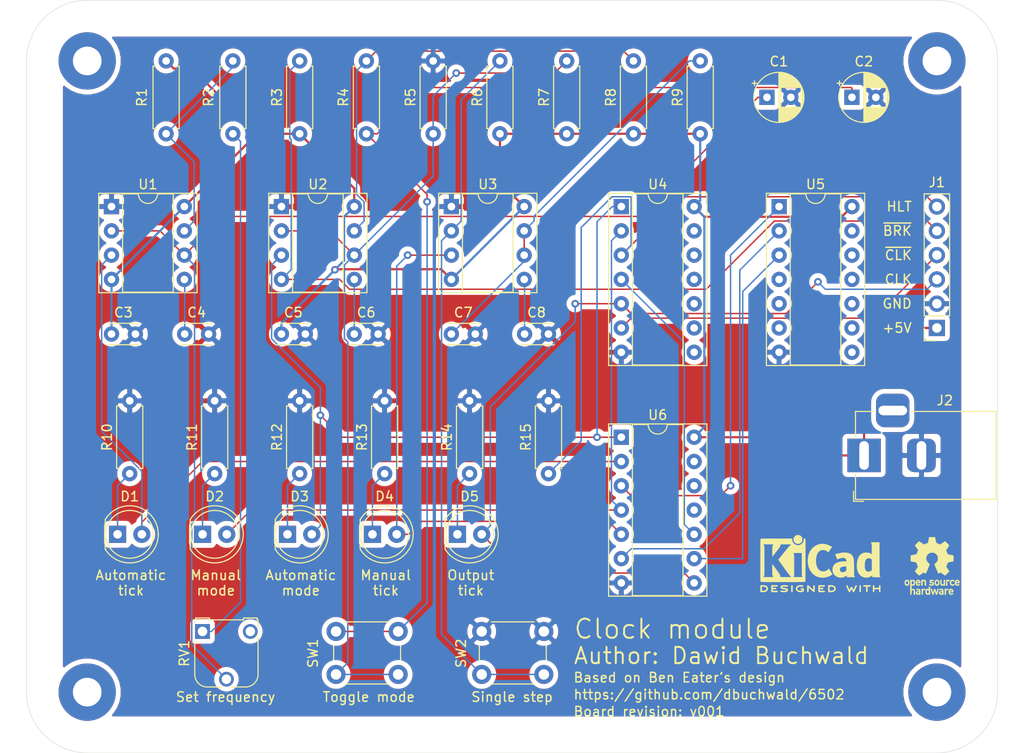
<source format=kicad_pcb>
(kicad_pcb (version 20171130) (host pcbnew "(5.1.5)-3")
  (layers (0 F.Cu signal) (31 B.Cu signal) (34 B.Paste user) (35 F.Paste user) (36 B.SilkS user) (37 F.SilkS user) (38 B.Mask user) (39 F.Mask user) (44 Edge.Cuts user))
  (net 0 "")
  (net 1 "Net-(C1-Pad1)")
  (net 2 GND)
  (net 3 "Net-(C2-Pad1)")
  (net 4 VCC)
  (net 5 "Net-(C6-Pad1)")
  (net 6 "Net-(C7-Pad1)")
  (net 7 "Net-(C8-Pad1)")
  (net 8 "Net-(D1-Pad1)")
  (net 9 AUTO)
  (net 10 CLK)
  (net 11 "Net-(D2-Pad1)")
  (net 12 MAN)
  (net 13 "Net-(D3-Pad1)")
  (net 14 "Net-(D4-Pad1)")
  (net 15 ~MODE)
  (net 16 "Net-(D5-Pad1)")
  (net 17 MODE)
  (net 18 ~CLK)
  (net 19 HLT)
  (net 20 "Net-(R1-Pad2)")
  (net 21 "Net-(R2-Pad2)")
  (net 22 "Net-(RV1-Pad3)")
  (net 23 "Net-(C4-Pad1)")
  (net 24 "Net-(R4-Pad1)")
  (net 25 "Net-(R5-Pad1)")
  (net 26 "Net-(R6-Pad2)")
  (net 27 "Net-(U4-Pad4)")
  (net 28 "Net-(U5-Pad1)")
  (net 29 "Net-(U5-Pad2)")
  (net 30 "Net-(U5-Pad3)")
  (net 31 ~BRK)
  (module Symbol:OSHW-Logo_5.7x6mm_SilkScreen (layer F.Cu) (at 261.112 85.852)
    (fp_text reference REF** hide)
    (fp_text value OSHW-Logo_5.7x6mm_SilkScreen hide)
  )
  (module Symbol:KiCad-Logo2_5mm_SilkScreen (layer F.Cu) (at 249.428 85.598)
    (fp_text reference REF** hide)
    (fp_text value KiCad-Logo2_5mm_SilkScreen hide)
  )
  (module Connector_BarrelJack:BarrelJack_Horizontal (layer F.Cu) (at 254 74.295 180)
    (fp_text reference J2 (at -8.45 5.75) (layer F.SilkS))
    (fp_text value "Power Input")
    (pad 3 thru_hole roundrect (at -3 4.7 180) (size 3.5 3.5) (drill oval 3 1) (layers *.Cu *.Mask))
    (pad 2 thru_hole roundrect (at -6 0 180) (size 3 3.5) (drill oval 1 3) (layers *.Cu *.Mask) (net 2 GND))
    (pad 1 thru_hole rect (at 0 0 180) (size 3.5 3.5) (drill oval 1 3) (layers *.Cu *.Mask) (net 4 VCC))
  )
  (module Connector_PinSocket_2.54mm:PinSocket_1x06_P2.54mm_Vertical (layer F.Cu) (at 261.62 60.96 180)
    (fp_text reference J1 (at 0 15.24) (layer F.SilkS))
    (fp_text value Conn_01x06_Female)
    (pad 6 thru_hole oval (at 0 12.7 180) (size 1.7 1.7) (drill 1) (layers *.Cu *.Mask) (net 19 HLT))
    (pad 5 thru_hole oval (at 0 10.16 180) (size 1.7 1.7) (drill 1) (layers *.Cu *.Mask) (net 31 ~BRK))
    (pad 4 thru_hole oval (at 0 7.62 180) (size 1.7 1.7) (drill 1) (layers *.Cu *.Mask) (net 18 ~CLK))
    (pad 3 thru_hole oval (at 0 5.08 180) (size 1.7 1.7) (drill 1) (layers *.Cu *.Mask) (net 10 CLK))
    (pad 2 thru_hole oval (at 0 2.54 180) (size 1.7 1.7) (drill 1) (layers *.Cu *.Mask) (net 2 GND))
    (pad 1 thru_hole rect (at 0 0 180) (size 1.7 1.7) (drill 1) (layers *.Cu *.Mask) (net 4 VCC))
  )
  (module Resistor_THT:R_Axial_DIN0207_L6.3mm_D2.5mm_P7.62mm_Horizontal (layer F.Cu) (at 212.725 76.2 90)
    (fp_text reference R14 (at 3.81 -2.37 90) (layer F.SilkS))
    (fp_text value 220)
    (pad 2 thru_hole oval (at 7.62 0 90) (size 1.6 1.6) (drill 0.8) (layers *.Cu *.Mask) (net 2 GND))
    (pad 1 thru_hole circle (at 0 0 90) (size 1.6 1.6) (drill 0.8) (layers *.Cu *.Mask) (net 16 "Net-(D5-Pad1)"))
  )
  (module MountingHole:MountingHole_3mm_Pad (layer F.Cu) (at 261.62 33.02)
    (fp_text reference REF** hide)
    (fp_text value MountingHole_3mm_Pad)
    (pad 1 thru_hole circle (at 0 0) (size 6 6) (drill 3) (layers *.Cu *.Mask))
  )
  (module MountingHole:MountingHole_3mm_Pad (layer F.Cu) (at 261.62 99.06)
    (fp_text reference REF** hide)
    (fp_text value MountingHole_3mm_Pad)
    (pad 1 thru_hole circle (at 0 0) (size 6 6) (drill 3) (layers *.Cu *.Mask))
  )
  (module MountingHole:MountingHole_3mm_Pad (layer F.Cu) (at 172.72 99.06)
    (fp_text reference REF** hide)
    (fp_text value MountingHole_3mm_Pad)
    (pad 1 thru_hole circle (at 0 0) (size 6 6) (drill 3) (layers *.Cu *.Mask))
  )
  (module MountingHole:MountingHole_3mm_Pad (layer F.Cu) (at 172.72 33.02)
    (fp_text reference REF** hide)
    (fp_text value MountingHole_3mm_Pad)
    (pad 1 thru_hole circle (at 0 0) (size 6 6) (drill 3) (layers *.Cu *.Mask))
  )
  (module Potentiometer_THT:Potentiometer_Runtron_RM-065_Vertical (layer F.Cu) (at 184.785 92.71)
    (fp_text reference RV1 (at -1.905 2.286 90) (layer F.SilkS))
    (fp_text value Freq)
    (pad 2 thru_hole circle (at 2.5 5) (size 1.55 1.55) (drill 1) (layers *.Cu *.Mask) (net 1 "Net-(C1-Pad1)"))
    (pad 1 thru_hole rect (at 0 0) (size 1.55 1.55) (drill 1) (layers *.Cu *.Mask) (net 21 "Net-(R2-Pad2)"))
    (pad 3 thru_hole circle (at 5 0) (size 1.55 1.55) (drill 1) (layers *.Cu *.Mask) (net 22 "Net-(RV1-Pad3)"))
  )
  (module Capacitor_THT:CP_Radial_D5.0mm_P2.50mm (layer F.Cu) (at 243.84 36.83)
    (fp_text reference C1 (at 1.25 -3.75) (layer F.SilkS))
    (fp_text value 1uF)
    (pad 1 thru_hole rect (at 0 0) (size 1.6 1.6) (drill 0.8) (layers *.Cu *.Mask) (net 1 "Net-(C1-Pad1)"))
    (pad 2 thru_hole circle (at 2.5 0) (size 1.6 1.6) (drill 0.8) (layers *.Cu *.Mask) (net 2 GND))
  )
  (module Capacitor_THT:CP_Radial_D5.0mm_P2.50mm (layer F.Cu) (at 252.73 36.83)
    (fp_text reference C2 (at 1.25 -3.75) (layer F.SilkS))
    (fp_text value 1uF)
    (pad 2 thru_hole circle (at 2.5 0) (size 1.6 1.6) (drill 0.8) (layers *.Cu *.Mask) (net 2 GND))
    (pad 1 thru_hole rect (at 0 0) (size 1.6 1.6) (drill 0.8) (layers *.Cu *.Mask) (net 3 "Net-(C2-Pad1)"))
  )
  (module LED_THT:LED_D5.0mm (layer F.Cu) (at 175.895 82.55)
    (fp_text reference D1 (at 1.27 -3.96) (layer F.SilkS))
    (fp_text value YELLOW_A)
    (pad 1 thru_hole rect (at 0 0) (size 1.8 1.8) (drill 0.9) (layers *.Cu *.Mask) (net 8 "Net-(D1-Pad1)"))
    (pad 2 thru_hole circle (at 2.54 0) (size 1.8 1.8) (drill 0.9) (layers *.Cu *.Mask) (net 9 AUTO))
  )
  (module LED_THT:LED_D5.0mm (layer F.Cu) (at 211.455 82.55)
    (fp_text reference D5 (at 1.27 -3.96) (layer F.SilkS))
    (fp_text value BLUE)
    (pad 2 thru_hole circle (at 2.54 0) (size 1.8 1.8) (drill 0.9) (layers *.Cu *.Mask) (net 10 CLK))
    (pad 1 thru_hole rect (at 0 0) (size 1.8 1.8) (drill 0.9) (layers *.Cu *.Mask) (net 16 "Net-(D5-Pad1)"))
  )
  (module LED_THT:LED_D5.0mm (layer F.Cu) (at 202.565 82.55)
    (fp_text reference D4 (at 1.27 -3.96) (layer F.SilkS))
    (fp_text value YELLOW_M)
    (pad 2 thru_hole circle (at 2.54 0) (size 1.8 1.8) (drill 0.9) (layers *.Cu *.Mask) (net 12 MAN))
    (pad 1 thru_hole rect (at 0 0) (size 1.8 1.8) (drill 0.9) (layers *.Cu *.Mask) (net 14 "Net-(D4-Pad1)"))
  )
  (module LED_THT:LED_D5.0mm (layer F.Cu) (at 184.785 82.55)
    (fp_text reference D2 (at 1.27 -3.96) (layer F.SilkS))
    (fp_text value RED)
    (pad 1 thru_hole rect (at 0 0) (size 1.8 1.8) (drill 0.9) (layers *.Cu *.Mask) (net 11 "Net-(D2-Pad1)"))
    (pad 2 thru_hole circle (at 2.54 0) (size 1.8 1.8) (drill 0.9) (layers *.Cu *.Mask) (net 15 ~MODE))
  )
  (module LED_THT:LED_D5.0mm (layer F.Cu) (at 193.675 82.55)
    (fp_text reference D3 (at 1.27 -3.96) (layer F.SilkS))
    (fp_text value GREEN)
    (pad 1 thru_hole rect (at 0 0) (size 1.8 1.8) (drill 0.9) (layers *.Cu *.Mask) (net 13 "Net-(D3-Pad1)"))
    (pad 2 thru_hole circle (at 2.54 0) (size 1.8 1.8) (drill 0.9) (layers *.Cu *.Mask) (net 17 MODE))
  )
  (module Resistor_THT:R_Axial_DIN0207_L6.3mm_D2.5mm_P7.62mm_Horizontal (layer F.Cu) (at 180.975 33.02 270)
    (fp_text reference R1 (at 3.81 2.54 90) (layer F.SilkS))
    (fp_text value 1K)
    (pad 1 thru_hole circle (at 0 0 270) (size 1.6 1.6) (drill 0.8) (layers *.Cu *.Mask) (net 4 VCC))
    (pad 2 thru_hole oval (at 7.62 0 270) (size 1.6 1.6) (drill 0.8) (layers *.Cu *.Mask) (net 20 "Net-(R1-Pad2)"))
  )
  (module Resistor_THT:R_Axial_DIN0207_L6.3mm_D2.5mm_P7.62mm_Horizontal (layer F.Cu) (at 187.96 33.02 270)
    (fp_text reference R2 (at 3.81 2.54 90) (layer F.SilkS))
    (fp_text value 1K)
    (pad 2 thru_hole oval (at 7.62 0 270) (size 1.6 1.6) (drill 0.8) (layers *.Cu *.Mask) (net 21 "Net-(R2-Pad2)"))
    (pad 1 thru_hole circle (at 0 0 270) (size 1.6 1.6) (drill 0.8) (layers *.Cu *.Mask) (net 20 "Net-(R1-Pad2)"))
  )
  (module Resistor_THT:R_Axial_DIN0207_L6.3mm_D2.5mm_P7.62mm_Horizontal (layer F.Cu) (at 177.165 76.2 90)
    (fp_text reference R10 (at 3.81 -2.37 90) (layer F.SilkS))
    (fp_text value 220)
    (pad 2 thru_hole oval (at 7.62 0 90) (size 1.6 1.6) (drill 0.8) (layers *.Cu *.Mask) (net 2 GND))
    (pad 1 thru_hole circle (at 0 0 90) (size 1.6 1.6) (drill 0.8) (layers *.Cu *.Mask) (net 8 "Net-(D1-Pad1)"))
  )
  (module Resistor_THT:R_Axial_DIN0207_L6.3mm_D2.5mm_P7.62mm_Horizontal (layer F.Cu) (at 215.9 40.64 90)
    (fp_text reference R6 (at 3.81 -2.37 90) (layer F.SilkS))
    (fp_text value 1K)
    (pad 1 thru_hole circle (at 0 0 90) (size 1.6 1.6) (drill 0.8) (layers *.Cu *.Mask) (net 4 VCC))
    (pad 2 thru_hole oval (at 7.62 0 90) (size 1.6 1.6) (drill 0.8) (layers *.Cu *.Mask) (net 26 "Net-(R6-Pad2)"))
  )
  (module Resistor_THT:R_Axial_DIN0207_L6.3mm_D2.5mm_P7.62mm_Horizontal (layer F.Cu) (at 236.855 40.64 90)
    (fp_text reference R9 (at 3.81 -2.37 90) (layer F.SilkS))
    (fp_text value 1M)
    (pad 1 thru_hole circle (at 0 0 90) (size 1.6 1.6) (drill 0.8) (layers *.Cu *.Mask) (net 4 VCC))
    (pad 2 thru_hole oval (at 7.62 0 90) (size 1.6 1.6) (drill 0.8) (layers *.Cu *.Mask) (net 6 "Net-(C7-Pad1)"))
  )
  (module Resistor_THT:R_Axial_DIN0207_L6.3mm_D2.5mm_P7.62mm_Horizontal (layer F.Cu) (at 203.835 76.2 90)
    (fp_text reference R13 (at 3.81 -2.37 90) (layer F.SilkS))
    (fp_text value 220)
    (pad 2 thru_hole oval (at 7.62 0 90) (size 1.6 1.6) (drill 0.8) (layers *.Cu *.Mask) (net 2 GND))
    (pad 1 thru_hole circle (at 0 0 90) (size 1.6 1.6) (drill 0.8) (layers *.Cu *.Mask) (net 14 "Net-(D4-Pad1)"))
  )
  (module Resistor_THT:R_Axial_DIN0207_L6.3mm_D2.5mm_P7.62mm_Horizontal (layer F.Cu) (at 229.87 40.64 90)
    (fp_text reference R8 (at 3.81 -2.37 90) (layer F.SilkS))
    (fp_text value 1K)
    (pad 2 thru_hole oval (at 7.62 0 90) (size 1.6 1.6) (drill 0.8) (layers *.Cu *.Mask) (net 24 "Net-(R4-Pad1)"))
    (pad 1 thru_hole circle (at 0 0 90) (size 1.6 1.6) (drill 0.8) (layers *.Cu *.Mask) (net 4 VCC))
  )
  (module Resistor_THT:R_Axial_DIN0207_L6.3mm_D2.5mm_P7.62mm_Horizontal (layer F.Cu) (at 201.93 33.02 270)
    (fp_text reference R4 (at 3.81 2.413 90) (layer F.SilkS))
    (fp_text value 100K)
    (pad 1 thru_hole circle (at 0 0 270) (size 1.6 1.6) (drill 0.8) (layers *.Cu *.Mask) (net 24 "Net-(R4-Pad1)"))
    (pad 2 thru_hole oval (at 7.62 0 270) (size 1.6 1.6) (drill 0.8) (layers *.Cu *.Mask) (net 3 "Net-(C2-Pad1)"))
  )
  (module Resistor_THT:R_Axial_DIN0207_L6.3mm_D2.5mm_P7.62mm_Horizontal (layer F.Cu) (at 194.945 40.64 90)
    (fp_text reference R3 (at 3.81 -2.37 90) (layer F.SilkS))
    (fp_text value 1K)
    (pad 1 thru_hole circle (at 0 0 90) (size 1.6 1.6) (drill 0.8) (layers *.Cu *.Mask) (net 4 VCC))
    (pad 2 thru_hole oval (at 7.62 0 90) (size 1.6 1.6) (drill 0.8) (layers *.Cu *.Mask) (net 31 ~BRK))
  )
  (module Resistor_THT:R_Axial_DIN0207_L6.3mm_D2.5mm_P7.62mm_Horizontal (layer F.Cu) (at 186.055 76.2 90)
    (fp_text reference R11 (at 3.81 -2.37 90) (layer F.SilkS))
    (fp_text value 220)
    (pad 2 thru_hole oval (at 7.62 0 90) (size 1.6 1.6) (drill 0.8) (layers *.Cu *.Mask) (net 2 GND))
    (pad 1 thru_hole circle (at 0 0 90) (size 1.6 1.6) (drill 0.8) (layers *.Cu *.Mask) (net 11 "Net-(D2-Pad1)"))
  )
  (module Resistor_THT:R_Axial_DIN0207_L6.3mm_D2.5mm_P7.62mm_Horizontal (layer F.Cu) (at 222.885 40.64 90)
    (fp_text reference R7 (at 3.81 -2.37 90) (layer F.SilkS))
    (fp_text value 10K)
    (pad 1 thru_hole circle (at 0 0 90) (size 1.6 1.6) (drill 0.8) (layers *.Cu *.Mask) (net 4 VCC))
    (pad 2 thru_hole oval (at 7.62 0 90) (size 1.6 1.6) (drill 0.8) (layers *.Cu *.Mask) (net 25 "Net-(R5-Pad1)"))
  )
  (module Resistor_THT:R_Axial_DIN0207_L6.3mm_D2.5mm_P7.62mm_Horizontal (layer F.Cu) (at 208.915 40.64 90)
    (fp_text reference R5 (at 3.81 -2.37 90) (layer F.SilkS))
    (fp_text value 10K)
    (pad 1 thru_hole circle (at 0 0 90) (size 1.6 1.6) (drill 0.8) (layers *.Cu *.Mask) (net 25 "Net-(R5-Pad1)"))
    (pad 2 thru_hole oval (at 7.62 0 90) (size 1.6 1.6) (drill 0.8) (layers *.Cu *.Mask) (net 2 GND))
  )
  (module Resistor_THT:R_Axial_DIN0207_L6.3mm_D2.5mm_P7.62mm_Horizontal (layer F.Cu) (at 194.945 76.2 90)
    (fp_text reference R12 (at 3.81 -2.37 90) (layer F.SilkS))
    (fp_text value 220)
    (pad 2 thru_hole oval (at 7.62 0 90) (size 1.6 1.6) (drill 0.8) (layers *.Cu *.Mask) (net 2 GND))
    (pad 1 thru_hole circle (at 0 0 90) (size 1.6 1.6) (drill 0.8) (layers *.Cu *.Mask) (net 13 "Net-(D3-Pad1)"))
  )
  (module Button_Switch_THT:SW_PUSH_6mm (layer F.Cu) (at 213.995 92.71)
    (fp_text reference SW2 (at -2.159 2.286 90) (layer F.SilkS))
    (fp_text value Step)
    (pad 2 thru_hole circle (at 0 4.5 90) (size 2 2) (drill 1.1) (layers *.Cu *.Mask) (net 26 "Net-(R6-Pad2)"))
    (pad 1 thru_hole circle (at 0 0 90) (size 2 2) (drill 1.1) (layers *.Cu *.Mask) (net 2 GND))
    (pad 2 thru_hole circle (at 6.5 4.5 90) (size 2 2) (drill 1.1) (layers *.Cu *.Mask) (net 26 "Net-(R6-Pad2)"))
    (pad 1 thru_hole circle (at 6.5 0 90) (size 2 2) (drill 1.1) (layers *.Cu *.Mask) (net 2 GND))
  )
  (module Button_Switch_THT:SW_PUSH_6mm (layer F.Cu) (at 198.755 92.71)
    (fp_text reference SW1 (at -2.413 2.286 90) (layer F.SilkS))
    (fp_text value Mode)
    (pad 1 thru_hole circle (at 6.5 0 90) (size 2 2) (drill 1.1) (layers *.Cu *.Mask) (net 3 "Net-(C2-Pad1)"))
    (pad 2 thru_hole circle (at 6.5 4.5 90) (size 2 2) (drill 1.1) (layers *.Cu *.Mask) (net 25 "Net-(R5-Pad1)"))
    (pad 1 thru_hole circle (at 0 0 90) (size 2 2) (drill 1.1) (layers *.Cu *.Mask) (net 3 "Net-(C2-Pad1)"))
    (pad 2 thru_hole circle (at 0 4.5 90) (size 2 2) (drill 1.1) (layers *.Cu *.Mask) (net 25 "Net-(R5-Pad1)"))
  )
  (module Package_DIP:DIP-14_W7.62mm_Socket (layer F.Cu) (at 228.6 48.26)
    (fp_text reference U4 (at 3.81 -2.33) (layer F.SilkS))
    (fp_text value 74LS04)
    (pad 1 thru_hole rect (at 0 0) (size 1.6 1.6) (drill 0.8) (layers *.Cu *.Mask) (net 17 MODE))
    (pad 8 thru_hole oval (at 7.62 15.24) (size 1.6 1.6) (drill 0.8) (layers *.Cu *.Mask))
    (pad 2 thru_hole oval (at 0 2.54) (size 1.6 1.6) (drill 0.8) (layers *.Cu *.Mask) (net 15 ~MODE))
    (pad 9 thru_hole oval (at 7.62 12.7) (size 1.6 1.6) (drill 0.8) (layers *.Cu *.Mask))
    (pad 3 thru_hole oval (at 0 5.08) (size 1.6 1.6) (drill 0.8) (layers *.Cu *.Mask) (net 19 HLT))
    (pad 10 thru_hole oval (at 7.62 10.16) (size 1.6 1.6) (drill 0.8) (layers *.Cu *.Mask))
    (pad 4 thru_hole oval (at 0 7.62) (size 1.6 1.6) (drill 0.8) (layers *.Cu *.Mask) (net 27 "Net-(U4-Pad4)"))
    (pad 11 thru_hole oval (at 7.62 7.62) (size 1.6 1.6) (drill 0.8) (layers *.Cu *.Mask))
    (pad 5 thru_hole oval (at 0 10.16) (size 1.6 1.6) (drill 0.8) (layers *.Cu *.Mask) (net 10 CLK))
    (pad 12 thru_hole oval (at 7.62 5.08) (size 1.6 1.6) (drill 0.8) (layers *.Cu *.Mask))
    (pad 6 thru_hole oval (at 0 12.7) (size 1.6 1.6) (drill 0.8) (layers *.Cu *.Mask) (net 18 ~CLK))
    (pad 13 thru_hole oval (at 7.62 2.54) (size 1.6 1.6) (drill 0.8) (layers *.Cu *.Mask))
    (pad 7 thru_hole oval (at 0 15.24) (size 1.6 1.6) (drill 0.8) (layers *.Cu *.Mask) (net 2 GND))
    (pad 14 thru_hole oval (at 7.62 0) (size 1.6 1.6) (drill 0.8) (layers *.Cu *.Mask) (net 4 VCC))
  )
  (module Package_DIP:DIP-8_W7.62mm_Socket (layer F.Cu) (at 175.26 48.26)
    (fp_text reference U1 (at 3.81 -2.33) (layer F.SilkS))
    (fp_text value NE555)
    (pad 8 thru_hole oval (at 7.62 0) (size 1.6 1.6) (drill 0.8) (layers *.Cu *.Mask) (net 4 VCC))
    (pad 4 thru_hole oval (at 0 7.62) (size 1.6 1.6) (drill 0.8) (layers *.Cu *.Mask) (net 4 VCC))
    (pad 7 thru_hole oval (at 7.62 2.54) (size 1.6 1.6) (drill 0.8) (layers *.Cu *.Mask) (net 20 "Net-(R1-Pad2)"))
    (pad 3 thru_hole oval (at 0 5.08) (size 1.6 1.6) (drill 0.8) (layers *.Cu *.Mask) (net 9 AUTO))
    (pad 6 thru_hole oval (at 7.62 5.08) (size 1.6 1.6) (drill 0.8) (layers *.Cu *.Mask) (net 1 "Net-(C1-Pad1)"))
    (pad 2 thru_hole oval (at 0 2.54) (size 1.6 1.6) (drill 0.8) (layers *.Cu *.Mask) (net 1 "Net-(C1-Pad1)"))
    (pad 5 thru_hole oval (at 7.62 7.62) (size 1.6 1.6) (drill 0.8) (layers *.Cu *.Mask) (net 23 "Net-(C4-Pad1)"))
    (pad 1 thru_hole rect (at 0 0) (size 1.6 1.6) (drill 0.8) (layers *.Cu *.Mask) (net 2 GND))
  )
  (module Package_DIP:DIP-14_W7.62mm_Socket (layer F.Cu) (at 228.6 72.39)
    (fp_text reference U6 (at 3.81 -2.33) (layer F.SilkS))
    (fp_text value 74LS08)
    (pad 14 thru_hole oval (at 7.62 0) (size 1.6 1.6) (drill 0.8) (layers *.Cu *.Mask) (net 4 VCC))
    (pad 7 thru_hole oval (at 0 15.24) (size 1.6 1.6) (drill 0.8) (layers *.Cu *.Mask) (net 2 GND))
    (pad 13 thru_hole oval (at 7.62 2.54) (size 1.6 1.6) (drill 0.8) (layers *.Cu *.Mask))
    (pad 6 thru_hole oval (at 0 12.7) (size 1.6 1.6) (drill 0.8) (layers *.Cu *.Mask) (net 29 "Net-(U5-Pad2)"))
    (pad 12 thru_hole oval (at 7.62 5.08) (size 1.6 1.6) (drill 0.8) (layers *.Cu *.Mask))
    (pad 5 thru_hole oval (at 0 10.16) (size 1.6 1.6) (drill 0.8) (layers *.Cu *.Mask) (net 12 MAN))
    (pad 11 thru_hole oval (at 7.62 7.62) (size 1.6 1.6) (drill 0.8) (layers *.Cu *.Mask))
    (pad 4 thru_hole oval (at 0 7.62) (size 1.6 1.6) (drill 0.8) (layers *.Cu *.Mask) (net 15 ~MODE))
    (pad 10 thru_hole oval (at 7.62 10.16) (size 1.6 1.6) (drill 0.8) (layers *.Cu *.Mask) (net 27 "Net-(U4-Pad4)"))
    (pad 3 thru_hole oval (at 0 5.08) (size 1.6 1.6) (drill 0.8) (layers *.Cu *.Mask) (net 28 "Net-(U5-Pad1)"))
    (pad 9 thru_hole oval (at 7.62 12.7) (size 1.6 1.6) (drill 0.8) (layers *.Cu *.Mask) (net 30 "Net-(U5-Pad3)"))
    (pad 2 thru_hole oval (at 0 2.54) (size 1.6 1.6) (drill 0.8) (layers *.Cu *.Mask) (net 9 AUTO))
    (pad 8 thru_hole oval (at 7.62 15.24) (size 1.6 1.6) (drill 0.8) (layers *.Cu *.Mask) (net 10 CLK))
    (pad 1 thru_hole rect (at 0 0) (size 1.6 1.6) (drill 0.8) (layers *.Cu *.Mask) (net 17 MODE))
  )
  (module Package_DIP:DIP-14_W7.62mm_Socket (layer F.Cu) (at 245.11 48.26)
    (fp_text reference U5 (at 3.81 -2.33) (layer F.SilkS))
    (fp_text value 74LS32)
    (pad 1 thru_hole rect (at 0 0) (size 1.6 1.6) (drill 0.8) (layers *.Cu *.Mask) (net 28 "Net-(U5-Pad1)"))
    (pad 8 thru_hole oval (at 7.62 15.24) (size 1.6 1.6) (drill 0.8) (layers *.Cu *.Mask))
    (pad 2 thru_hole oval (at 0 2.54) (size 1.6 1.6) (drill 0.8) (layers *.Cu *.Mask) (net 29 "Net-(U5-Pad2)"))
    (pad 9 thru_hole oval (at 7.62 12.7) (size 1.6 1.6) (drill 0.8) (layers *.Cu *.Mask))
    (pad 3 thru_hole oval (at 0 5.08) (size 1.6 1.6) (drill 0.8) (layers *.Cu *.Mask) (net 30 "Net-(U5-Pad3)"))
    (pad 10 thru_hole oval (at 7.62 10.16) (size 1.6 1.6) (drill 0.8) (layers *.Cu *.Mask))
    (pad 4 thru_hole oval (at 0 7.62) (size 1.6 1.6) (drill 0.8) (layers *.Cu *.Mask))
    (pad 11 thru_hole oval (at 7.62 7.62) (size 1.6 1.6) (drill 0.8) (layers *.Cu *.Mask))
    (pad 5 thru_hole oval (at 0 10.16) (size 1.6 1.6) (drill 0.8) (layers *.Cu *.Mask))
    (pad 12 thru_hole oval (at 7.62 5.08) (size 1.6 1.6) (drill 0.8) (layers *.Cu *.Mask))
    (pad 6 thru_hole oval (at 0 12.7) (size 1.6 1.6) (drill 0.8) (layers *.Cu *.Mask))
    (pad 13 thru_hole oval (at 7.62 2.54) (size 1.6 1.6) (drill 0.8) (layers *.Cu *.Mask))
    (pad 7 thru_hole oval (at 0 15.24) (size 1.6 1.6) (drill 0.8) (layers *.Cu *.Mask) (net 2 GND))
    (pad 14 thru_hole oval (at 7.62 0) (size 1.6 1.6) (drill 0.8) (layers *.Cu *.Mask) (net 4 VCC))
  )
  (module Package_DIP:DIP-8_W7.62mm_Socket (layer F.Cu) (at 210.82 48.26)
    (fp_text reference U3 (at 3.81 -2.33) (layer F.SilkS))
    (fp_text value NE555)
    (pad 1 thru_hole rect (at 0 0) (size 1.6 1.6) (drill 0.8) (layers *.Cu *.Mask) (net 2 GND))
    (pad 5 thru_hole oval (at 7.62 7.62) (size 1.6 1.6) (drill 0.8) (layers *.Cu *.Mask) (net 7 "Net-(C8-Pad1)"))
    (pad 2 thru_hole oval (at 0 2.54) (size 1.6 1.6) (drill 0.8) (layers *.Cu *.Mask) (net 26 "Net-(R6-Pad2)"))
    (pad 6 thru_hole oval (at 7.62 5.08) (size 1.6 1.6) (drill 0.8) (layers *.Cu *.Mask) (net 6 "Net-(C7-Pad1)"))
    (pad 3 thru_hole oval (at 0 5.08) (size 1.6 1.6) (drill 0.8) (layers *.Cu *.Mask) (net 12 MAN))
    (pad 7 thru_hole oval (at 7.62 2.54) (size 1.6 1.6) (drill 0.8) (layers *.Cu *.Mask) (net 6 "Net-(C7-Pad1)"))
    (pad 4 thru_hole oval (at 0 7.62) (size 1.6 1.6) (drill 0.8) (layers *.Cu *.Mask) (net 4 VCC))
    (pad 8 thru_hole oval (at 7.62 0) (size 1.6 1.6) (drill 0.8) (layers *.Cu *.Mask) (net 4 VCC))
  )
  (module Package_DIP:DIP-8_W7.62mm_Socket (layer F.Cu) (at 193.04 48.26)
    (fp_text reference U2 (at 3.81 -2.33) (layer F.SilkS))
    (fp_text value NE555)
    (pad 1 thru_hole rect (at 0 0) (size 1.6 1.6) (drill 0.8) (layers *.Cu *.Mask) (net 2 GND))
    (pad 5 thru_hole oval (at 7.62 7.62) (size 1.6 1.6) (drill 0.8) (layers *.Cu *.Mask) (net 5 "Net-(C6-Pad1)"))
    (pad 2 thru_hole oval (at 0 2.54) (size 1.6 1.6) (drill 0.8) (layers *.Cu *.Mask) (net 25 "Net-(R5-Pad1)"))
    (pad 6 thru_hole oval (at 7.62 5.08) (size 1.6 1.6) (drill 0.8) (layers *.Cu *.Mask) (net 25 "Net-(R5-Pad1)"))
    (pad 3 thru_hole oval (at 0 5.08) (size 1.6 1.6) (drill 0.8) (layers *.Cu *.Mask) (net 17 MODE))
    (pad 7 thru_hole oval (at 7.62 2.54) (size 1.6 1.6) (drill 0.8) (layers *.Cu *.Mask) (net 24 "Net-(R4-Pad1)"))
    (pad 4 thru_hole oval (at 0 7.62) (size 1.6 1.6) (drill 0.8) (layers *.Cu *.Mask) (net 31 ~BRK))
    (pad 8 thru_hole oval (at 7.62 0) (size 1.6 1.6) (drill 0.8) (layers *.Cu *.Mask) (net 4 VCC))
  )
  (module Capacitor_THT:C_Disc_D3.0mm_W2.0mm_P2.50mm (layer F.Cu) (at 182.92 61.595)
    (fp_text reference C4 (at 1.25 -2.25) (layer F.SilkS))
    (fp_text value 0.1uF)
    (pad 2 thru_hole circle (at 2.5 0) (size 1.6 1.6) (drill 0.8) (layers *.Cu *.Mask) (net 2 GND))
    (pad 1 thru_hole circle (at 0 0) (size 1.6 1.6) (drill 0.8) (layers *.Cu *.Mask) (net 23 "Net-(C4-Pad1)"))
  )
  (module Capacitor_THT:C_Disc_D3.0mm_W2.0mm_P2.50mm (layer F.Cu) (at 193.04 61.595)
    (fp_text reference C5 (at 1.25 -2.25) (layer F.SilkS))
    (fp_text value 0.1uF)
    (pad 1 thru_hole circle (at 0 0) (size 1.6 1.6) (drill 0.8) (layers *.Cu *.Mask) (net 4 VCC))
    (pad 2 thru_hole circle (at 2.5 0) (size 1.6 1.6) (drill 0.8) (layers *.Cu *.Mask) (net 2 GND))
  )
  (module Capacitor_THT:C_Disc_D3.0mm_W2.0mm_P2.50mm (layer F.Cu) (at 175.26 61.595)
    (fp_text reference C3 (at 1.25 -2.25) (layer F.SilkS))
    (fp_text value 0.01uF)
    (pad 2 thru_hole circle (at 2.5 0) (size 1.6 1.6) (drill 0.8) (layers *.Cu *.Mask) (net 2 GND))
    (pad 1 thru_hole circle (at 0 0) (size 1.6 1.6) (drill 0.8) (layers *.Cu *.Mask) (net 4 VCC))
  )
  (module Capacitor_THT:C_Disc_D3.0mm_W2.0mm_P2.50mm (layer F.Cu) (at 218.48 61.595)
    (fp_text reference C8 (at 1.25 -2.25) (layer F.SilkS))
    (fp_text value 0.1uF)
    (pad 1 thru_hole circle (at 0 0) (size 1.6 1.6) (drill 0.8) (layers *.Cu *.Mask) (net 7 "Net-(C8-Pad1)"))
    (pad 2 thru_hole circle (at 2.5 0) (size 1.6 1.6) (drill 0.8) (layers *.Cu *.Mask) (net 2 GND))
  )
  (module Capacitor_THT:C_Disc_D3.0mm_W2.0mm_P2.50mm (layer F.Cu) (at 210.82 61.595)
    (fp_text reference C7 (at 1.25 -2.25) (layer F.SilkS))
    (fp_text value 330nF)
    (pad 1 thru_hole circle (at 0 0) (size 1.6 1.6) (drill 0.8) (layers *.Cu *.Mask) (net 6 "Net-(C7-Pad1)"))
    (pad 2 thru_hole circle (at 2.5 0) (size 1.6 1.6) (drill 0.8) (layers *.Cu *.Mask) (net 2 GND))
  )
  (module Capacitor_THT:C_Disc_D3.0mm_W2.0mm_P2.50mm (layer F.Cu) (at 200.66 61.595)
    (fp_text reference C6 (at 1.25 -2.25) (layer F.SilkS))
    (fp_text value 0.1uF)
    (pad 2 thru_hole circle (at 2.5 0) (size 1.6 1.6) (drill 0.8) (layers *.Cu *.Mask) (net 2 GND))
    (pad 1 thru_hole circle (at 0 0) (size 1.6 1.6) (drill 0.8) (layers *.Cu *.Mask) (net 5 "Net-(C6-Pad1)"))
  )
  (module Resistor_THT:R_Axial_DIN0207_L6.3mm_D2.5mm_P7.62mm_Horizontal (layer F.Cu) (at 220.98 76.2 90)
    (fp_text reference R15 (at 3.81 -2.37 90) (layer F.SilkS))
    (fp_text value 1K)
    (pad 1 thru_hole circle (at 0 0 90) (size 1.6 1.6) (drill 0.8) (layers *.Cu *.Mask) (net 19 HLT))
    (pad 2 thru_hole oval (at 7.62 0 90) (size 1.6 1.6) (drill 0.8) (layers *.Cu *.Mask) (net 2 GND))
  )
  (gr_text "Author: Dawid Buchwald" (at 223.52 95.25) (layer F.SilkS) (effects (font (size 1.7 1.7) (thickness 0.2)) (justify left)))
  (gr_text "Board revision: v001" (at 223.52 101.092) (layer F.SilkS) (effects (font (size 1 1)) (justify left)))
  (gr_text https://github.com/dbuchwald/6502 (at 223.52 99.314) (layer F.SilkS) (effects (font (size 1 1)) (justify left)))
  (gr_text "Based on Ben Eater’s design" (at 223.52 97.536) (layer F.SilkS) (effects (font (size 1 1)) (justify left)))
  (gr_text "Clock module" (at 223.52 92.456) (layer F.SilkS) (effects (font (size 2 2) (thickness 0.2)) (justify left)))
  (gr_text "Output\ntick" (at 212.852 87.63) (layer F.SilkS) (effects (font (size 1 1))))
  (gr_text "Manual\ntick" (at 203.962 87.63) (layer F.SilkS) (effects (font (size 1 1))))
  (gr_text "Automatic\nmode" (at 195.072 87.63) (layer F.SilkS) (effects (font (size 1 1))))
  (gr_text "Manual\nmode" (at 186.182 87.63) (layer F.SilkS) (effects (font (size 1 1))))
  (gr_text "Automatic\ntick" (at 177.292 87.63) (layer F.SilkS) (effects (font (size 1 1))))
  (gr_text "Single step" (at 217.17 99.568) (layer F.SilkS) (effects (font (size 1 1))))
  (gr_text "Set frequency" (at 187.198 99.568) (layer F.SilkS) (effects (font (size 1 1))))
  (gr_text "Toggle mode" (at 202.184 99.568) (layer F.SilkS) (effects (font (size 1 1))))
  (gr_text HLT (at 259.08 48.26) (layer F.SilkS) (effects (font (size 1 1)) (justify right)))
  (gr_text ~BRK (at 259.08 50.8) (layer F.SilkS) (effects (font (size 1 1)) (justify right)))
  (gr_text ~CLK (at 259.08 53.34) (layer F.SilkS) (effects (font (size 1 1)) (justify right)))
  (gr_text CLK (at 259.08 55.88) (layer F.SilkS) (effects (font (size 1 1)) (justify right)))
  (gr_text GND (at 259.08 58.42) (layer F.SilkS) (effects (font (size 1 1)) (justify right)))
  (gr_text +5V (at 259.08 60.96) (layer F.SilkS) (effects (font (size 1 1)) (justify right)))
  (gr_line (start 166.37 99.06) (end 166.37 33.02) (layer Edge.Cuts) (width 0.05))
  (gr_arc (start 172.72 99.06) (end 166.37 99.06) (angle -90) (layer Edge.Cuts) (width 0.05))
  (gr_line (start 261.62 105.41) (end 172.72 105.41) (layer Edge.Cuts) (width 0.05))
  (gr_arc (start 261.62 99.06) (end 261.62 105.41) (angle -90) (layer Edge.Cuts) (width 0.05))
  (gr_line (start 267.97 33.02) (end 267.97 99.06) (layer Edge.Cuts) (width 0.05))
  (gr_arc (start 261.62 33.02) (end 267.97 33.02) (angle -90) (layer Edge.Cuts) (width 0.05))
  (gr_line (start 172.72 26.67) (end 261.62 26.67) (layer Edge.Cuts) (width 0.05))
  (gr_arc (start 172.72 33.02) (end 172.72 26.67) (angle -90) (layer Edge.Cuts) (width 0.05))
  (segment (start 183.656399 94.081399) (end 186.510001 96.935001) (width 0.1524) (layer B.Cu) (net 1))
  (segment (start 183.656399 81.467119) (end 183.656399 94.081399) (width 0.1524) (layer B.Cu) (net 1))
  (segment (start 186.510001 96.935001) (end 187.285 97.71) (width 0.1524) (layer B.Cu) (net 1))
  (segment (start 183.948601 81.174917) (end 183.656399 81.467119) (width 0.1524) (layer B.Cu) (net 1))
  (segment (start 183.948601 54.408601) (end 183.948601 81.174917) (width 0.1524) (layer B.Cu) (net 1))
  (segment (start 182.88 53.34) (end 183.948601 54.408601) (width 0.1524) (layer B.Cu) (net 1))
  (segment (start 180.34 50.8) (end 175.26 50.8) (width 0.1524) (layer F.Cu) (net 1))
  (segment (start 182.88 53.34) (end 180.34 50.8) (width 0.1524) (layer F.Cu) (net 1))
  (segment (start 230.428999 49.288601) (end 242.8876 36.83) (width 0.1524) (layer F.Cu) (net 1))
  (segment (start 186.931399 49.288601) (end 230.428999 49.288601) (width 0.1524) (layer F.Cu) (net 1))
  (segment (start 242.8876 36.83) (end 243.84 36.83) (width 0.1524) (layer F.Cu) (net 1))
  (segment (start 182.88 53.34) (end 186.931399 49.288601) (width 0.1524) (layer F.Cu) (net 1))
  (segment (start 177.165 62.19) (end 177.76 61.595) (width 0.1524) (layer F.Cu) (net 2))
  (segment (start 186.055 62.23) (end 185.42 61.595) (width 0.1524) (layer F.Cu) (net 2))
  (segment (start 246.34 36.83) (end 245.311399 37.858601) (width 0.1524) (layer B.Cu) (net 2))
  (segment (start 252.653799 35.801399) (end 252.73 35.8776) (width 0.1524) (layer F.Cu) (net 3))
  (segment (start 207.899971 35.801399) (end 252.653799 35.801399) (width 0.1524) (layer F.Cu) (net 3))
  (segment (start 252.73 35.8776) (end 252.73 36.83) (width 0.1524) (layer F.Cu) (net 3))
  (segment (start 203.06137 40.64) (end 207.899971 35.801399) (width 0.1524) (layer F.Cu) (net 3))
  (segment (start 201.93 40.64) (end 203.06137 40.64) (width 0.1524) (layer F.Cu) (net 3))
  (via (at 208.28 47.752) (size 0.8) (drill 0.4) (layers F.Cu B.Cu) (net 3))
  (segment (start 208.28 89.685) (end 208.28 47.752) (width 0.1524) (layer B.Cu) (net 3))
  (segment (start 205.255 92.71) (end 208.28 89.685) (width 0.1524) (layer B.Cu) (net 3))
  (segment (start 208.28 46.99) (end 201.93 40.64) (width 0.1524) (layer F.Cu) (net 3))
  (segment (start 208.28 47.752) (end 208.28 46.99) (width 0.1524) (layer F.Cu) (net 3))
  (segment (start 198.755 92.71) (end 205.255 92.71) (width 0.1524) (layer F.Cu) (net 3))
  (segment (start 175.26 61.595) (end 175.26 55.88) (width 0.2286) (layer B.Cu) (net 4))
  (segment (start 176.059999 55.080001) (end 182.88 48.26) (width 0.2286) (layer B.Cu) (net 4))
  (segment (start 175.26 55.88) (end 176.059999 55.080001) (width 0.2286) (layer B.Cu) (net 4))
  (segment (start 199.860001 49.059999) (end 200.66 48.26) (width 0.2286) (layer B.Cu) (net 4))
  (segment (start 199.593299 49.326701) (end 199.860001 49.059999) (width 0.2286) (layer B.Cu) (net 4))
  (segment (start 199.593299 53.910331) (end 199.593299 49.326701) (width 0.2286) (layer B.Cu) (net 4))
  (segment (start 193.04 61.595) (end 193.04 60.46363) (width 0.2286) (layer B.Cu) (net 4))
  (segment (start 210.82 55.88) (end 218.44 48.26) (width 0.2286) (layer B.Cu) (net 4))
  (segment (start 200.66 46.355) (end 194.945 40.64) (width 0.2286) (layer F.Cu) (net 4))
  (segment (start 200.66 48.26) (end 200.66 46.355) (width 0.2286) (layer F.Cu) (net 4))
  (segment (start 190.5 40.64) (end 194.945 40.64) (width 0.2286) (layer F.Cu) (net 4))
  (segment (start 182.88 48.26) (end 190.5 40.64) (width 0.2286) (layer F.Cu) (net 4))
  (segment (start 183.679999 33.819999) (end 190.5 40.64) (width 0.2286) (layer F.Cu) (net 4))
  (segment (start 181.774999 33.819999) (end 183.679999 33.819999) (width 0.2286) (layer F.Cu) (net 4))
  (segment (start 180.975 33.02) (end 181.774999 33.819999) (width 0.2286) (layer F.Cu) (net 4))
  (segment (start 236.855 47.625) (end 236.22 48.26) (width 0.2286) (layer B.Cu) (net 4))
  (segment (start 236.855 40.64) (end 236.855 47.625) (width 0.2286) (layer B.Cu) (net 4))
  (segment (start 236.855 40.64) (end 229.87 40.64) (width 0.2286) (layer F.Cu) (net 4))
  (segment (start 229.87 40.64) (end 222.885 40.64) (width 0.2286) (layer F.Cu) (net 4))
  (segment (start 222.885 40.64) (end 215.9 40.64) (width 0.2286) (layer F.Cu) (net 4))
  (segment (start 215.9 45.72) (end 218.44 48.26) (width 0.2286) (layer F.Cu) (net 4))
  (segment (start 215.9 40.64) (end 215.9 45.72) (width 0.2286) (layer F.Cu) (net 4))
  (via (at 198.633815 54.869815) (size 0.8) (drill 0.4) (layers F.Cu B.Cu) (net 4))
  (segment (start 198.633815 54.869815) (end 199.593299 53.910331) (width 0.2286) (layer B.Cu) (net 4))
  (segment (start 209.753299 54.813299) (end 198.690331 54.813299) (width 0.2286) (layer F.Cu) (net 4))
  (segment (start 210.82 55.88) (end 209.753299 54.813299) (width 0.2286) (layer F.Cu) (net 4))
  (segment (start 198.690331 54.813299) (end 198.633815 54.869815) (width 0.2286) (layer F.Cu) (net 4))
  (segment (start 193.04 60.46363) (end 198.633815 54.869815) (width 0.2286) (layer B.Cu) (net 4))
  (segment (start 251.930001 49.059999) (end 252.73 48.26) (width 0.2286) (layer F.Cu) (net 4))
  (segment (start 251.663299 49.326701) (end 251.930001 49.059999) (width 0.2286) (layer F.Cu) (net 4))
  (segment (start 237.286701 49.326701) (end 251.663299 49.326701) (width 0.2286) (layer F.Cu) (net 4))
  (segment (start 236.22 48.26) (end 237.286701 49.326701) (width 0.2286) (layer F.Cu) (net 4))
  (segment (start 237.019999 49.059999) (end 236.22 48.26) (width 0.2286) (layer B.Cu) (net 4))
  (segment (start 237.286701 71.323299) (end 237.286701 49.326701) (width 0.2286) (layer B.Cu) (net 4))
  (segment (start 237.286701 49.326701) (end 237.019999 49.059999) (width 0.2286) (layer B.Cu) (net 4))
  (segment (start 236.22 72.39) (end 237.286701 71.323299) (width 0.2286) (layer B.Cu) (net 4))
  (segment (start 236.22 72.39) (end 248.285 72.39) (width 0.2286) (layer F.Cu) (net 4))
  (segment (start 260.5414 60.96) (end 261.62 60.96) (width 0.2286) (layer F.Cu) (net 4))
  (segment (start 258.460378 60.96) (end 260.5414 60.96) (width 0.2286) (layer F.Cu) (net 4))
  (segment (start 250.19 74.295) (end 254 74.295) (width 0.2286) (layer F.Cu) (net 4))
  (segment (start 248.285 72.39) (end 250.19 74.295) (width 0.2286) (layer F.Cu) (net 4))
  (segment (start 254 65.420378) (end 258.460378 60.96) (width 0.2286) (layer F.Cu) (net 4))
  (segment (start 254 74.295) (end 254 65.420378) (width 0.2286) (layer F.Cu) (net 4))
  (segment (start 200.66 61.595) (end 200.66 55.88) (width 0.1524) (layer B.Cu) (net 5))
  (segment (start 218.44 50.8) (end 218.44 53.34) (width 0.1524) (layer F.Cu) (net 6))
  (segment (start 235.72363 33.02) (end 236.855 33.02) (width 0.1524) (layer B.Cu) (net 6))
  (segment (start 219.468601 49.771399) (end 219.468601 49.275029) (width 0.1524) (layer B.Cu) (net 6))
  (segment (start 219.468601 49.275029) (end 235.72363 33.02) (width 0.1524) (layer B.Cu) (net 6))
  (segment (start 218.44 50.8) (end 219.468601 49.771399) (width 0.1524) (layer B.Cu) (net 6))
  (segment (start 218.44 53.975) (end 218.44 53.34) (width 0.1524) (layer B.Cu) (net 6))
  (segment (start 210.82 61.595) (end 218.44 53.975) (width 0.1524) (layer B.Cu) (net 6))
  (segment (start 218.48 55.92) (end 218.44 55.88) (width 0.1524) (layer B.Cu) (net 7))
  (segment (start 218.48 61.595) (end 218.48 55.92) (width 0.1524) (layer B.Cu) (net 7))
  (segment (start 175.895 77.47) (end 177.165 76.2) (width 0.1524) (layer B.Cu) (net 8))
  (segment (start 175.895 82.55) (end 175.895 77.47) (width 0.1524) (layer B.Cu) (net 8))
  (segment (start 178.435 81.277208) (end 178.435 82.55) (width 0.1524) (layer B.Cu) (net 9))
  (segment (start 178.435 75.94767) (end 178.435 81.277208) (width 0.1524) (layer B.Cu) (net 9))
  (segment (start 174.231399 71.744069) (end 178.435 75.94767) (width 0.1524) (layer B.Cu) (net 9))
  (segment (start 174.231399 54.368601) (end 174.231399 71.744069) (width 0.1524) (layer B.Cu) (net 9))
  (segment (start 175.26 53.34) (end 174.231399 54.368601) (width 0.1524) (layer B.Cu) (net 9))
  (segment (start 178.435 81.277208) (end 178.435 82.55) (width 0.1524) (layer F.Cu) (net 9))
  (segment (start 184.782208 74.93) (end 178.435 81.277208) (width 0.1524) (layer F.Cu) (net 9))
  (segment (start 228.6 74.93) (end 184.782208 74.93) (width 0.1524) (layer F.Cu) (net 9))
  (segment (start 214.894999 83.449999) (end 213.995 82.55) (width 0.1524) (layer F.Cu) (net 10))
  (segment (start 218.046399 86.601399) (end 214.894999 83.449999) (width 0.1524) (layer F.Cu) (net 10))
  (segment (start 235.191399 86.601399) (end 218.046399 86.601399) (width 0.1524) (layer F.Cu) (net 10))
  (segment (start 236.22 87.63) (end 235.191399 86.601399) (width 0.1524) (layer F.Cu) (net 10))
  (via (at 223.774 58.42) (size 0.8) (drill 0.4) (layers F.Cu B.Cu) (net 10))
  (segment (start 223.774 58.42) (end 228.6 58.42) (width 0.1524) (layer F.Cu) (net 10))
  (via (at 249.174 56.134) (size 0.8) (drill 0.4) (layers F.Cu B.Cu) (net 10))
  (segment (start 229.628601 59.448601) (end 245.859399 59.448601) (width 0.1524) (layer F.Cu) (net 10))
  (segment (start 245.859399 59.448601) (end 249.174 56.134) (width 0.1524) (layer F.Cu) (net 10))
  (segment (start 228.6 58.42) (end 229.628601 59.448601) (width 0.1524) (layer F.Cu) (net 10))
  (segment (start 260.770001 56.729999) (end 261.62 55.88) (width 0.1524) (layer B.Cu) (net 10))
  (segment (start 249.948601 56.908601) (end 260.591399 56.908601) (width 0.1524) (layer B.Cu) (net 10))
  (segment (start 260.591399 56.908601) (end 260.770001 56.729999) (width 0.1524) (layer B.Cu) (net 10))
  (segment (start 249.174 56.134) (end 249.948601 56.908601) (width 0.1524) (layer B.Cu) (net 10))
  (segment (start 223.774 58.985685) (end 223.774 58.42) (width 0.1524) (layer B.Cu) (net 10))
  (segment (start 223.774 60.32333) (end 223.774 58.985685) (width 0.1524) (layer B.Cu) (net 10))
  (segment (start 214.894999 69.202331) (end 223.774 60.32333) (width 0.1524) (layer B.Cu) (net 10))
  (segment (start 214.894999 81.650001) (end 214.894999 69.202331) (width 0.1524) (layer B.Cu) (net 10))
  (segment (start 213.995 82.55) (end 214.894999 81.650001) (width 0.1524) (layer B.Cu) (net 10))
  (segment (start 184.785 77.47) (end 186.055 76.2) (width 0.1524) (layer B.Cu) (net 11))
  (segment (start 184.785 82.55) (end 184.785 77.47) (width 0.1524) (layer B.Cu) (net 11))
  (segment (start 227.800001 81.750001) (end 228.6 82.55) (width 0.1524) (layer F.Cu) (net 12))
  (segment (start 207.735002 81.19279) (end 227.24279 81.19279) (width 0.1524) (layer F.Cu) (net 12))
  (segment (start 206.377792 82.55) (end 207.735002 81.19279) (width 0.1524) (layer F.Cu) (net 12))
  (segment (start 227.24279 81.19279) (end 227.800001 81.750001) (width 0.1524) (layer F.Cu) (net 12))
  (segment (start 205.105 82.55) (end 206.377792 82.55) (width 0.1524) (layer F.Cu) (net 12))
  (via (at 206.248 53.34) (size 0.8) (drill 0.4) (layers F.Cu B.Cu) (net 12))
  (segment (start 205.105 54.483) (end 206.248 53.34) (width 0.1524) (layer B.Cu) (net 12))
  (segment (start 205.105 82.55) (end 205.105 54.483) (width 0.1524) (layer B.Cu) (net 12))
  (segment (start 206.248 53.34) (end 210.82 53.34) (width 0.1524) (layer F.Cu) (net 12))
  (segment (start 193.675 77.47) (end 194.945 76.2) (width 0.1524) (layer B.Cu) (net 13))
  (segment (start 193.675 82.55) (end 193.675 77.47) (width 0.1524) (layer B.Cu) (net 13))
  (segment (start 202.565 77.47) (end 202.565 82.55) (width 0.1524) (layer B.Cu) (net 14))
  (segment (start 203.835 76.2) (end 202.565 77.47) (width 0.1524) (layer B.Cu) (net 14))
  (segment (start 189.865 80.01) (end 228.6 80.01) (width 0.1524) (layer F.Cu) (net 15))
  (segment (start 187.325 82.55) (end 189.865 80.01) (width 0.1524) (layer F.Cu) (net 15))
  (segment (start 227.571399 51.828601) (end 227.800001 51.599999) (width 0.1524) (layer B.Cu) (net 15))
  (segment (start 227.571399 78.981399) (end 227.571399 51.828601) (width 0.1524) (layer B.Cu) (net 15))
  (segment (start 228.6 80.01) (end 227.571399 78.981399) (width 0.1524) (layer B.Cu) (net 15))
  (segment (start 227.800001 51.599999) (end 228.6 50.8) (width 0.1524) (layer B.Cu) (net 15))
  (segment (start 211.455 81.4976) (end 211.455 82.55) (width 0.1524) (layer F.Cu) (net 16))
  (segment (start 211.455 77.47) (end 212.725 76.2) (width 0.1524) (layer B.Cu) (net 16))
  (segment (start 211.455 82.55) (end 211.455 77.47) (width 0.1524) (layer B.Cu) (net 16))
  (segment (start 192.240001 54.139999) (end 193.04 53.34) (width 0.1524) (layer B.Cu) (net 17))
  (segment (start 192.011399 54.368601) (end 192.240001 54.139999) (width 0.1524) (layer B.Cu) (net 17))
  (segment (start 192.011399 62.088729) (end 192.011399 54.368601) (width 0.1524) (layer B.Cu) (net 17))
  (segment (start 197.114999 67.192329) (end 192.011399 62.088729) (width 0.1524) (layer B.Cu) (net 17))
  (segment (start 196.215 82.55) (end 197.114999 81.650001) (width 0.1524) (layer B.Cu) (net 17))
  (segment (start 199.411998 72.39) (end 197.114999 70.093001) (width 0.1524) (layer F.Cu) (net 17))
  (via (at 197.114999 70.093001) (size 0.8) (drill 0.4) (layers F.Cu B.Cu) (net 17))
  (segment (start 197.114999 70.093001) (end 197.114999 67.192329) (width 0.1524) (layer B.Cu) (net 17))
  (segment (start 197.114999 81.650001) (end 197.114999 70.093001) (width 0.1524) (layer B.Cu) (net 17))
  (via (at 226.06 72.39) (size 0.8) (drill 0.4) (layers F.Cu B.Cu) (net 17))
  (segment (start 227.6476 48.26) (end 226.06 49.8476) (width 0.1524) (layer B.Cu) (net 17))
  (segment (start 226.06 49.8476) (end 226.06 72.39) (width 0.1524) (layer B.Cu) (net 17))
  (segment (start 228.6 48.26) (end 227.6476 48.26) (width 0.1524) (layer B.Cu) (net 17))
  (segment (start 226.06 72.39) (end 199.411998 72.39) (width 0.1524) (layer F.Cu) (net 17))
  (segment (start 228.6 72.39) (end 226.06 72.39) (width 0.1524) (layer F.Cu) (net 17))
  (segment (start 260.770001 54.189999) (end 261.62 53.34) (width 0.1524) (layer F.Cu) (net 18))
  (segment (start 255.028601 59.931399) (end 260.770001 54.189999) (width 0.1524) (layer F.Cu) (net 18))
  (segment (start 229.628601 59.931399) (end 255.028601 59.931399) (width 0.1524) (layer F.Cu) (net 18))
  (segment (start 228.6 60.96) (end 229.628601 59.931399) (width 0.1524) (layer F.Cu) (net 18))
  (segment (start 260.770001 49.950001) (end 261.62 50.8) (width 0.1524) (layer F.Cu) (net 31))
  (segment (start 260.591399 49.771399) (end 260.770001 49.950001) (width 0.1524) (layer F.Cu) (net 31))
  (segment (start 244.616271 49.771399) (end 260.591399 49.771399) (width 0.1524) (layer F.Cu) (net 31))
  (segment (start 237.479069 56.908601) (end 244.616271 49.771399) (width 0.1524) (layer F.Cu) (net 31))
  (segment (start 200.166271 56.908601) (end 237.479069 56.908601) (width 0.1524) (layer F.Cu) (net 31))
  (segment (start 199.13767 55.88) (end 200.166271 56.908601) (width 0.1524) (layer F.Cu) (net 31))
  (segment (start 193.04 55.88) (end 199.13767 55.88) (width 0.1524) (layer F.Cu) (net 31))
  (segment (start 194.145001 33.819999) (end 194.945 33.02) (width 0.1524) (layer B.Cu) (net 31))
  (segment (start 193.916399 34.048601) (end 194.145001 33.819999) (width 0.1524) (layer B.Cu) (net 31))
  (segment (start 193.916399 41.133729) (end 193.916399 34.048601) (width 0.1524) (layer B.Cu) (net 31))
  (segment (start 194.068601 41.285931) (end 193.916399 41.133729) (width 0.1524) (layer B.Cu) (net 31))
  (segment (start 194.068601 54.851399) (end 194.068601 41.285931) (width 0.1524) (layer B.Cu) (net 31))
  (segment (start 193.04 55.88) (end 194.068601 54.851399) (width 0.1524) (layer B.Cu) (net 31))
  (segment (start 234.708601 47.231399) (end 229.399999 52.540001) (width 0.1524) (layer F.Cu) (net 19))
  (segment (start 229.399999 52.540001) (end 228.6 53.34) (width 0.1524) (layer F.Cu) (net 19))
  (segment (start 260.591399 47.231399) (end 234.708601 47.231399) (width 0.1524) (layer F.Cu) (net 19))
  (segment (start 261.62 48.26) (end 260.591399 47.231399) (width 0.1524) (layer F.Cu) (net 19))
  (segment (start 229.628601 52.311399) (end 229.399999 52.540001) (width 0.1524) (layer B.Cu) (net 19))
  (segment (start 229.399999 52.540001) (end 228.6 53.34) (width 0.1524) (layer B.Cu) (net 19))
  (segment (start 229.628601 47.277119) (end 229.628601 52.311399) (width 0.1524) (layer B.Cu) (net 19))
  (segment (start 227.617119 47.231399) (end 229.582881 47.231399) (width 0.1524) (layer B.Cu) (net 19))
  (segment (start 224.402601 50.445917) (end 227.617119 47.231399) (width 0.1524) (layer B.Cu) (net 19))
  (segment (start 224.402601 72.777399) (end 224.402601 50.445917) (width 0.1524) (layer B.Cu) (net 19))
  (segment (start 229.582881 47.231399) (end 229.628601 47.277119) (width 0.1524) (layer B.Cu) (net 19))
  (segment (start 220.98 76.2) (end 224.402601 72.777399) (width 0.1524) (layer B.Cu) (net 19))
  (segment (start 181.774999 41.439999) (end 180.975 40.64) (width 0.1524) (layer B.Cu) (net 20))
  (segment (start 183.908601 43.573601) (end 181.774999 41.439999) (width 0.1524) (layer B.Cu) (net 20))
  (segment (start 183.908601 49.771399) (end 183.908601 43.573601) (width 0.1524) (layer B.Cu) (net 20))
  (segment (start 182.88 50.8) (end 183.908601 49.771399) (width 0.1524) (layer B.Cu) (net 20))
  (segment (start 187.96 33.655) (end 187.96 33.02) (width 0.1524) (layer B.Cu) (net 20))
  (segment (start 180.975 40.64) (end 187.96 33.655) (width 0.1524) (layer B.Cu) (net 20))
  (segment (start 185.7124 92.71) (end 184.785 92.71) (width 0.1524) (layer B.Cu) (net 21))
  (segment (start 188.759999 89.662401) (end 185.7124 92.71) (width 0.1524) (layer B.Cu) (net 21))
  (segment (start 188.759999 41.439999) (end 188.759999 89.662401) (width 0.1524) (layer B.Cu) (net 21))
  (segment (start 187.96 40.64) (end 188.759999 41.439999) (width 0.1524) (layer B.Cu) (net 21))
  (segment (start 182.92 55.92) (end 182.88 55.88) (width 0.1524) (layer B.Cu) (net 23))
  (segment (start 182.92 61.595) (end 182.92 55.92) (width 0.1524) (layer B.Cu) (net 23))
  (segment (start 201.459999 50.000001) (end 200.66 50.8) (width 0.1524) (layer B.Cu) (net 24))
  (segment (start 201.688601 49.771399) (end 201.459999 50.000001) (width 0.1524) (layer B.Cu) (net 24))
  (segment (start 200.901399 46.979069) (end 201.688601 47.766271) (width 0.1524) (layer B.Cu) (net 24))
  (segment (start 201.688601 47.766271) (end 201.688601 49.771399) (width 0.1524) (layer B.Cu) (net 24))
  (segment (start 200.901399 34.048601) (end 200.901399 46.979069) (width 0.1524) (layer B.Cu) (net 24))
  (segment (start 201.93 33.02) (end 200.901399 34.048601) (width 0.1524) (layer B.Cu) (net 24))
  (segment (start 229.070001 32.220001) (end 229.87 33.02) (width 0.1524) (layer F.Cu) (net 24))
  (segment (start 228.841399 31.991399) (end 229.070001 32.220001) (width 0.1524) (layer F.Cu) (net 24))
  (segment (start 202.958601 31.991399) (end 228.841399 31.991399) (width 0.1524) (layer F.Cu) (net 24))
  (segment (start 201.93 33.02) (end 202.958601 31.991399) (width 0.1524) (layer F.Cu) (net 24))
  (segment (start 198.12 50.8) (end 200.66 53.34) (width 0.1524) (layer F.Cu) (net 25))
  (segment (start 193.04 50.8) (end 198.12 50.8) (width 0.1524) (layer F.Cu) (net 25))
  (segment (start 208.915 45.085) (end 208.915 40.64) (width 0.1524) (layer B.Cu) (net 25))
  (segment (start 200.66 53.34) (end 208.915 45.085) (width 0.1524) (layer B.Cu) (net 25))
  (via (at 211.328 34.29) (size 0.8) (drill 0.4) (layers F.Cu B.Cu) (net 25))
  (segment (start 208.915 36.703) (end 211.328 34.29) (width 0.1524) (layer B.Cu) (net 25))
  (segment (start 208.915 40.64) (end 208.915 36.703) (width 0.1524) (layer B.Cu) (net 25))
  (segment (start 221.615 34.29) (end 222.885 33.02) (width 0.1524) (layer F.Cu) (net 25))
  (segment (start 211.328 34.29) (end 221.615 34.29) (width 0.1524) (layer F.Cu) (net 25))
  (segment (start 199.860001 54.139999) (end 200.66 53.34) (width 0.1524) (layer B.Cu) (net 25))
  (segment (start 199.631399 62.088729) (end 199.631399 54.368601) (width 0.1524) (layer B.Cu) (net 25))
  (segment (start 199.983601 62.440931) (end 199.631399 62.088729) (width 0.1524) (layer B.Cu) (net 25))
  (segment (start 199.983601 95.981399) (end 199.983601 62.440931) (width 0.1524) (layer B.Cu) (net 25))
  (segment (start 199.631399 54.368601) (end 199.860001 54.139999) (width 0.1524) (layer B.Cu) (net 25))
  (segment (start 198.755 97.21) (end 199.983601 95.981399) (width 0.1524) (layer B.Cu) (net 25))
  (segment (start 205.255 97.21) (end 198.755 97.21) (width 0.1524) (layer B.Cu) (net 25))
  (segment (start 215.100001 33.819999) (end 215.9 33.02) (width 0.1524) (layer B.Cu) (net 26))
  (segment (start 211.848601 37.071399) (end 215.100001 33.819999) (width 0.1524) (layer B.Cu) (net 26))
  (segment (start 211.848601 49.771399) (end 211.848601 37.071399) (width 0.1524) (layer B.Cu) (net 26))
  (segment (start 210.82 50.8) (end 211.848601 49.771399) (width 0.1524) (layer B.Cu) (net 26))
  (segment (start 220.495 97.21) (end 213.995 97.21) (width 0.1524) (layer B.Cu) (net 26))
  (segment (start 209.791399 51.828601) (end 210.020001 51.599999) (width 0.1524) (layer B.Cu) (net 26))
  (segment (start 210.020001 51.599999) (end 210.82 50.8) (width 0.1524) (layer B.Cu) (net 26))
  (segment (start 209.791399 93.006399) (end 209.791399 51.828601) (width 0.1524) (layer B.Cu) (net 26))
  (segment (start 213.995 97.21) (end 209.791399 93.006399) (width 0.1524) (layer B.Cu) (net 26))
  (segment (start 229.399999 56.679999) (end 228.6 55.88) (width 0.1524) (layer B.Cu) (net 27))
  (segment (start 235.191399 62.471399) (end 229.399999 56.679999) (width 0.1524) (layer B.Cu) (net 27))
  (segment (start 235.191399 81.521399) (end 235.191399 62.471399) (width 0.1524) (layer B.Cu) (net 27))
  (segment (start 236.22 82.55) (end 235.191399 81.521399) (width 0.1524) (layer B.Cu) (net 27))
  (via (at 240.03 77.47) (size 0.8) (drill 0.4) (layers F.Cu B.Cu) (net 28))
  (segment (start 239.001399 78.498601) (end 240.03 77.47) (width 0.1524) (layer F.Cu) (net 28))
  (segment (start 229.628601 78.498601) (end 239.001399 78.498601) (width 0.1524) (layer F.Cu) (net 28))
  (segment (start 228.6 77.47) (end 229.628601 78.498601) (width 0.1524) (layer F.Cu) (net 28))
  (segment (start 240.03 53.34) (end 245.11 48.26) (width 0.1524) (layer B.Cu) (net 28))
  (segment (start 240.03 77.47) (end 240.03 53.34) (width 0.1524) (layer B.Cu) (net 28))
  (segment (start 244.310001 51.599999) (end 245.11 50.8) (width 0.1524) (layer B.Cu) (net 29))
  (segment (start 240.99519 54.91481) (end 244.310001 51.599999) (width 0.1524) (layer B.Cu) (net 29))
  (segment (start 240.99519 80.31481) (end 240.99519 54.91481) (width 0.1524) (layer B.Cu) (net 29))
  (segment (start 237.248601 84.061399) (end 240.99519 80.31481) (width 0.1524) (layer B.Cu) (net 29))
  (segment (start 229.628601 84.061399) (end 237.248601 84.061399) (width 0.1524) (layer B.Cu) (net 29))
  (segment (start 228.6 85.09) (end 229.628601 84.061399) (width 0.1524) (layer B.Cu) (net 29))
  (segment (start 236.22 85.09) (end 241.3 85.09) (width 0.1524) (layer B.Cu) (net 30))
  (segment (start 241.3 57.15) (end 245.11 53.34) (width 0.1524) (layer B.Cu) (net 30))
  (segment (start 241.3 85.09) (end 241.3 57.15) (width 0.1524) (layer B.Cu) (net 30))
  (zone (net 2) (net_name GND) (layer F.Cu) (connect_pads (clearance 0.508)) (min_thickness 0.254) (fill yes (arc_segments 32) (thermal_gap 0.508) (thermal_bridge_width 0.508))
    (polygon (pts (xy 264.16 34.29) (xy 264.16 97.79) (xy 260.35 101.6) (xy 173.99 101.6) (xy 170.18 97.79) (xy 170.18 34.29) (xy 173.99 30.48) (xy 260.35 30.48)))
  )
  (zone (net 2) (net_name GND) (layer B.Cu) (connect_pads (clearance 0.508)) (min_thickness 0.254) (fill yes (arc_segments 32) (thermal_gap 0.508) (thermal_bridge_width 0.508))
    (polygon (pts (xy 264.16 34.29) (xy 264.16 97.79) (xy 260.35 101.6) (xy 173.99 101.6) (xy 170.18 97.79) (xy 170.18 34.29) (xy 173.99 30.48) (xy 260.35 30.48)))
  )
)
</source>
